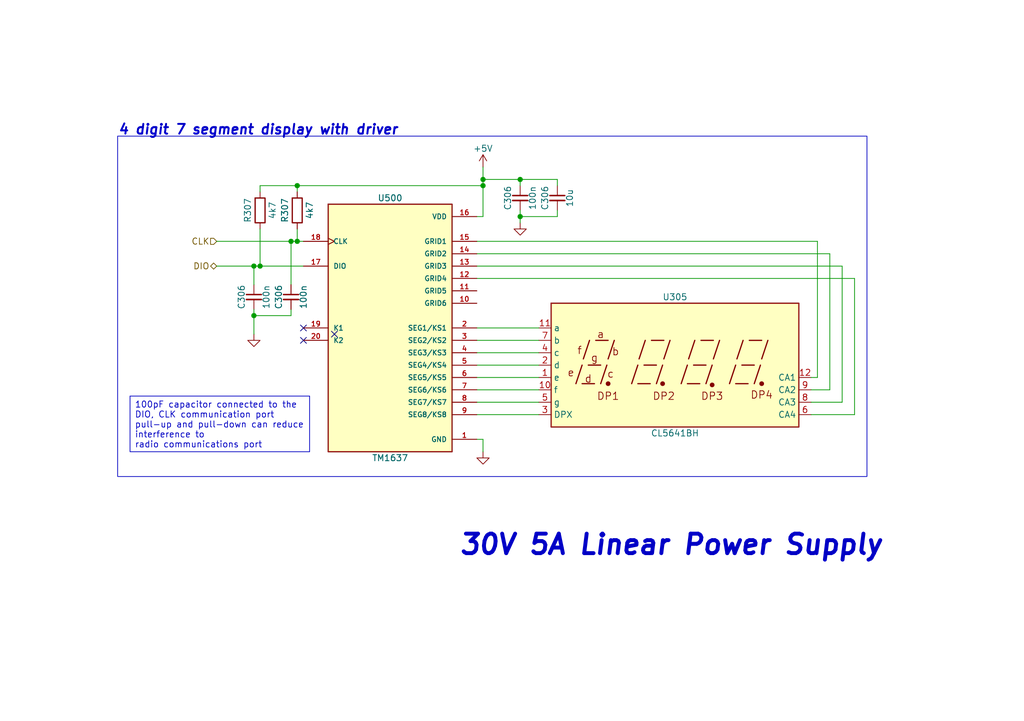
<source format=kicad_sch>
(kicad_sch (version 20230121) (generator eeschema)
  (paper "A5")
  (title_block (title "4 digit 7 segment display") (date "2024-02-25") (rev "V1.0") (company "Dominik Workshop"))
  (lib_symbols
    (symbol "Device:C_Small" (pin_numbers hide) (pin_names (offset 0.254) hide)
      (property "Reference" "C" (at 0.254 1.778 0))
      (property "Value" "C_Small" (at 0.254 -2.032 0))
      (symbol "C_Small_0_1"
        (polyline (pts (xy -1.524 -0.508) (xy 1.524 -0.508)) (stroke (width 0.3302)))
        (polyline (pts (xy -1.524 0.508) (xy 1.524 0.508)) (stroke (width 0.3048)))
      )
      (symbol "C_Small_1_1"
        (pin passive line (at 0 2.54 270) (length 2.032) (name "~") (number "1"))
        (pin passive line (at 0 -2.54 90) (length 2.032) (name "~") (number "2"))
      )
    )
    (symbol "Device:R" (pin_numbers hide) (pin_names (offset 0))
      (property "Reference" "R" (at 2.032 0 90))
      (property "Value" "R" (at 0 0 90))
      (symbol "R_0_1"
        (rectangle (start -1.016 -2.54) (end 1.016 2.54) (stroke (width 0.254)))
      )
      (symbol "R_1_1"
        (pin passive line (at 0 3.81 270) (length 1.27) (name "~") (number "1"))
        (pin passive line (at 0 -3.81 90) (length 1.27) (name "~") (number "2"))
      )
    )
    (symbol "Display_Character:CA56-12SURKWA"
      (property "Reference" "U" (at -24.13 13.97 0))
      (property "Value" "CA56-12SURKWA" (at 17.78 13.97 0))
      (symbol "CA56-12SURKWA_0_0"
        (rectangle (start -25.4 12.7) (end 25.4 -12.7) (stroke (width 0.254)) (fill (type background)))
        (polyline (pts (xy -20.32 -3.81) (xy -19.05 0)) (stroke (width 0.254)))
        (polyline (pts (xy -19.05 -3.81) (xy -16.51 -3.81)) (stroke (width 0.254)))
        (polyline (pts (xy -18.796 1.27) (xy -17.526 5.08)) (stroke (width 0.254)))
        (polyline (pts (xy -17.78 0) (xy -15.24 0)) (stroke (width 0.254)))
        (polyline (pts (xy -16.256 5.08) (xy -13.716 5.08)) (stroke (width 0.254)))
        (polyline (pts (xy -15.24 -3.81) (xy -13.97 0)) (stroke (width 0.254)))
        (polyline (pts (xy -13.716 1.27) (xy -12.446 5.08)) (stroke (width 0.254)))
        (polyline (pts (xy -8.89 -3.81) (xy -7.62 0)) (stroke (width 0.254)))
        (polyline (pts (xy -7.62 -3.81) (xy -5.08 -3.81)) (stroke (width 0.254)))
        (polyline (pts (xy -7.366 1.27) (xy -6.096 5.08)) (stroke (width 0.254)))
        (polyline (pts (xy -6.35 0) (xy -3.81 0)) (stroke (width 0.254)))
        (polyline (pts (xy -4.826 5.08) (xy -2.286 5.08)) (stroke (width 0.254)))
        (polyline (pts (xy -3.81 -3.81) (xy -2.54 0)) (stroke (width 0.254)))
        (polyline (pts (xy -2.286 1.27) (xy -1.016 5.08)) (stroke (width 0.254)))
        (polyline (pts (xy 1.27 -3.81) (xy 2.54 0)) (stroke (width 0.254)))
        (polyline (pts (xy 2.54 -3.81) (xy 5.08 -3.81)) (stroke (width 0.254)))
        (polyline (pts (xy 2.794 1.27) (xy 4.064 5.08)) (stroke (width 0.254)))
        (polyline (pts (xy 3.81 0) (xy 6.35 0)) (stroke (width 0.254)))
        (polyline (pts (xy 5.334 5.08) (xy 7.874 5.08)) (stroke (width 0.254)))
        (polyline (pts (xy 6.35 -3.81) (xy 7.62 0)) (stroke (width 0.254)))
        (polyline (pts (xy 7.874 1.27) (xy 9.144 5.08)) (stroke (width 0.254)))
        (polyline (pts (xy 11.176 -3.81) (xy 12.446 0)) (stroke (width 0.254)))
        (polyline (pts (xy 12.446 -3.81) (xy 14.986 -3.81)) (stroke (width 0.254)))
        (polyline (pts (xy 12.7 1.27) (xy 13.97 5.08)) (stroke (width 0.254)))
        (polyline (pts (xy 13.716 0) (xy 16.256 0)) (stroke (width 0.254)))
        (polyline (pts (xy 15.24 5.08) (xy 17.78 5.08)) (stroke (width 0.254)))
        (polyline (pts (xy 16.256 -3.81) (xy 17.526 0)) (stroke (width 0.254)))
        (polyline (pts (xy 17.78 1.27) (xy 19.05 5.08)) (stroke (width 0.254)))
        (text "a" (at -15.24 6.35 0) (effects (font (size 1.524 1.524))))
        (text "b" (at -12.192 2.794 0) (effects (font (size 1.524 1.524))))
        (text "c" (at -13.208 -1.778 0) (effects (font (size 1.524 1.524))))
        (text "d" (at -17.78 -2.794 0) (effects (font (size 1.524 1.524))))
        (text "DP1" (at -13.716 -6.35 0) (effects (font (size 1.524 1.524))))
        (text "DP2" (at -2.286 -6.35 0) (effects (font (size 1.524 1.524))))
        (text "DP3" (at 7.62 -6.35 0) (effects (font (size 1.524 1.524))))
        (text "DP4" (at 17.78 -6.096 0) (effects (font (size 1.524 1.524))))
        (text "e" (at -21.336 -1.524 0) (effects (font (size 1.524 1.524))))
        (text "f" (at -19.558 3.048 0) (effects (font (size 1.524 1.524))))
        (text "g" (at -16.51 1.524 0) (effects (font (size 1.524 1.524))))
      )
      (symbol "CA56-12SURKWA_0_1"
        (circle (center -13.716 -3.81) (radius 0.3556) (stroke (width 0.254)) (fill (type outline)))
        (circle (center -2.54 -3.81) (radius 0.3556) (stroke (width 0.254)) (fill (type outline)))
      )
      (symbol "CA56-12SURKWA_1_0"
        (circle (center 7.62 -4.064) (radius 0.3556) (stroke (width 0.254)) (fill (type outline)))
        (circle (center 17.78 -3.81) (radius 0.3556) (stroke (width 0.254)) (fill (type outline)))
      )
      (symbol "CA56-12SURKWA_1_1"
        (pin input line (at -27.94 -2.54 0) (length 2.54) (name "e") (number "1"))
        (pin input line (at -27.94 -5.08 0) (length 2.54) (name "f") (number "10"))
        (pin input line (at -27.94 7.62 0) (length 2.54) (name "a") (number "11"))
        (pin input line (at 27.94 -2.54 180) (length 2.54) (name "CA1") (number "12"))
        (pin input line (at -27.94 0 0) (length 2.54) (name "d") (number "2"))
        (pin input line (at -27.94 -10.16 0) (length 2.54) (name "DPX") (number "3"))
        (pin input line (at -27.94 2.54 0) (length 2.54) (name "c") (number "4"))
        (pin input line (at -27.94 -7.62 0) (length 2.54) (name "g") (number "5"))
        (pin input line (at 27.94 -10.16 180) (length 2.54) (name "CA4") (number "6"))
        (pin input line (at -27.94 5.08 0) (length 2.54) (name "b") (number "7"))
        (pin input line (at 27.94 -7.62 180) (length 2.54) (name "CA3") (number "8"))
        (pin input line (at 27.94 -5.08 180) (length 2.54) (name "CA2") (number "9"))
      )
    )
    (symbol "TM1637:TM1637" (pin_names (offset 1.016))
      (property "Reference" "U" (at -12.7 27.94 0))
      (property "Value" "TM1637" (at -12.7 -30.48 0))
      (symbol "TM1637_0_0"
        (rectangle (start -12.7 -25.4) (end 12.7 25.4) (stroke (width 0.254)) (fill (type background)))
        (pin power_in line (at 17.78 -22.86 180) (length 5.08) (name "GND") (number "1"))
        (pin output line (at 17.78 5.08 180) (length 5.08) (name "GRID6") (number "10"))
        (pin output line (at 17.78 7.62 180) (length 5.08) (name "GRID5") (number "11"))
        (pin output line (at 17.78 10.16 180) (length 5.08) (name "GRID4") (number "12"))
        (pin output line (at 17.78 12.7 180) (length 5.08) (name "GRID3") (number "13"))
        (pin output line (at 17.78 15.24 180) (length 5.08) (name "GRID2") (number "14"))
        (pin output line (at 17.78 17.78 180) (length 5.08) (name "GRID1") (number "15"))
        (pin power_in line (at 17.78 22.86 180) (length 5.08) (name "VDD") (number "16"))
        (pin bidirectional line (at -17.78 12.7 0) (length 5.08) (name "DIO") (number "17"))
        (pin input clock (at -17.78 17.78 0) (length 5.08) (name "CLK") (number "18"))
        (pin input line (at -17.78 0 0) (length 5.08) (name "K1") (number "19"))
        (pin output line (at 17.78 0 180) (length 5.08) (name "SEG1/KS1") (number "2"))
        (pin input line (at -17.78 -2.54 0) (length 5.08) (name "K2") (number "20"))
        (pin output line (at 17.78 -2.54 180) (length 5.08) (name "SEG2/KS2") (number "3"))
        (pin output line (at 17.78 -5.08 180) (length 5.08) (name "SEG3/KS3") (number "4"))
        (pin output line (at 17.78 -7.62 180) (length 5.08) (name "SEG4/KS4") (number "5"))
        (pin output line (at 17.78 -10.16 180) (length 5.08) (name "SEG5/KS5") (number "6"))
        (pin output line (at 17.78 -12.7 180) (length 5.08) (name "SEG6/KS6") (number "7"))
        (pin output line (at 17.78 -15.24 180) (length 5.08) (name "SEG7/KS7") (number "8"))
        (pin output line (at 17.78 -17.78 180) (length 5.08) (name "SEG8/KS8") (number "9"))
      )
    )
    (symbol "power:+5V" (power) (pin_names (offset 0))
      (property "Value" "+5V" (at 0 3.556 0))
      (symbol "+5V_0_1"
        (polyline (pts (xy -0.762 1.27) (xy 0 2.54)))
        (polyline (pts (xy 0 0) (xy 0 2.54)))
        (polyline (pts (xy 0 2.54) (xy 0.762 1.27)))
      )
      (symbol "+5V_1_1"
        (pin power_in line (at 0 0 90) (length 0) hide (name "+5V") (number "1"))
      )
    )
    (symbol "power:GND" (power) (pin_names (offset 0))
      (property "Value" "GND" (at 0 -3.81 0))
      (symbol "GND_0_1"
        (polyline (pts (xy 0 0) (xy 0 -1.27) (xy 1.27 -1.27) (xy 0 -2.54) (xy -1.27 -1.27) (xy 0 -1.27)))
      )
      (symbol "GND_1_1"
        (pin power_in line (at 0 0 270) (length 0) hide (name "GND") (number "1"))
      )
    )
  )
  (junction (at 52.07 64.77))
  (junction (at 52.07 54.61))
  (junction (at 99.06 36.83))
  (junction (at 60.96 38.1))
  (junction (at 106.68 36.83))
  (junction (at 59.69 49.53))
  (junction (at 106.68 44.45))
  (junction (at 60.96 49.53))
  (junction (at 99.06 38.1))
  (junction (at 53.34 54.61))
  (no_connect (at 62.23 69.85))
  (no_connect (at 68.58 68.58))
  (no_connect (at 62.23 67.31))
  (wire (pts (xy 62.23 54.61) (xy 53.34 54.61)))
  (wire (pts (xy 59.69 49.53) (xy 59.69 58.42)))
  (wire (pts (xy 106.68 44.45) (xy 114.3 44.45)))
  (wire (pts (xy 167.64 49.53) (xy 167.64 77.47)))
  (wire (pts (xy 106.68 38.1) (xy 106.68 36.83)))
  (wire (pts (xy 60.96 38.1) (xy 60.96 39.37)))
  (wire (pts (xy 114.3 38.1) (xy 114.3 36.83)))
  (wire (pts (xy 110.49 85.09) (xy 97.79 85.09)))
  (wire (pts (xy 166.37 77.47) (xy 167.64 77.47)))
  (wire (pts (xy 99.06 36.83) (xy 106.68 36.83)))
  (wire (pts (xy 170.18 80.01) (xy 170.18 52.07)))
  (wire (pts (xy 97.79 54.61) (xy 172.72 54.61)))
  (wire (pts (xy 110.49 72.39) (xy 97.79 72.39)))
  (wire (pts (xy 166.37 80.01) (xy 170.18 80.01)))
  (wire (pts (xy 110.49 69.85) (xy 97.79 69.85)))
  (wire (pts (xy 53.34 39.37) (xy 53.34 38.1)))
  (wire (pts (xy 52.07 54.61) (xy 53.34 54.61)))
  (wire (pts (xy 166.37 85.09) (xy 175.26 85.09)))
  (wire (pts (xy 52.07 63.5) (xy 52.07 64.77)))
  (wire (pts (xy 52.07 54.61) (xy 52.07 58.42)))
  (wire (pts (xy 99.06 36.83) (xy 99.06 38.1)))
  (wire (pts (xy 106.68 43.18) (xy 106.68 44.45)))
  (wire (pts (xy 110.49 77.47) (xy 97.79 77.47)))
  (wire (pts (xy 44.45 54.61) (xy 52.07 54.61)))
  (wire (pts (xy 170.18 52.07) (xy 97.79 52.07)))
  (wire (pts (xy 52.07 64.77) (xy 59.69 64.77)))
  (wire (pts (xy 52.07 64.77) (xy 52.07 68.58)))
  (wire (pts (xy 110.49 80.01) (xy 97.79 80.01)))
  (wire (pts (xy 60.96 49.53) (xy 60.96 46.99)))
  (wire (pts (xy 99.06 44.45) (xy 97.79 44.45)))
  (wire (pts (xy 59.69 49.53) (xy 60.96 49.53)))
  (wire (pts (xy 99.06 34.29) (xy 99.06 36.83)))
  (wire (pts (xy 167.64 49.53) (xy 97.79 49.53)))
  (wire (pts (xy 110.49 82.55) (xy 97.79 82.55)))
  (wire (pts (xy 53.34 54.61) (xy 53.34 46.99)))
  (wire (pts (xy 110.49 74.93) (xy 97.79 74.93)))
  (wire (pts (xy 44.45 49.53) (xy 59.69 49.53)))
  (wire (pts (xy 114.3 36.83) (xy 106.68 36.83)))
  (wire (pts (xy 97.79 90.17) (xy 99.06 90.17)))
  (wire (pts (xy 172.72 82.55) (xy 172.72 54.61)))
  (wire (pts (xy 106.68 45.72) (xy 106.68 44.45)))
  (wire (pts (xy 166.37 82.55) (xy 172.72 82.55)))
  (wire (pts (xy 59.69 63.5) (xy 59.69 64.77)))
  (wire (pts (xy 60.96 38.1) (xy 99.06 38.1)))
  (wire (pts (xy 175.26 57.15) (xy 97.79 57.15)))
  (wire (pts (xy 110.49 67.31) (xy 97.79 67.31)))
  (wire (pts (xy 114.3 43.18) (xy 114.3 44.45)))
  (wire (pts (xy 62.23 49.53) (xy 60.96 49.53)))
  (wire (pts (xy 175.26 85.09) (xy 175.26 57.15)))
  (wire (pts (xy 99.06 90.17) (xy 99.06 92.71)))
  (wire (pts (xy 53.34 38.1) (xy 60.96 38.1)))
  (wire (pts (xy 99.06 38.1) (xy 99.06 44.45)))
  (rectangle (start 24.13 27.94) (end 177.8 97.79))
  (text_box "100pF capacitor connected to the DIO, CLK communication port pull-up and pull-down can reduce interference to\nradio communications port" (at 26.67 81.28 0) (size 36.83 11.43) (effects (font (size 1.27 1.27)) (justify left top)))
  (text "4 digit 7 segment display with driver\n" (at 24.13 27.94 0) (effects (font (size 2 2) bold italic) (justify left bottom)))
  (text "30V 5A Linear Power Supply" (at 93.98 114.3 0) (effects (font (size 4 4) (thickness 0.8) bold italic) (justify left bottom)))
  (hierarchical_label "CLK" (shape input) (at 44.45 49.53 180))
  (hierarchical_label "DIO" (shape bidirectional) (at 44.45 54.61 180))
  (symbol (lib_id "Device:C_Small") (at 106.68 40.64 0) (unit 1)
    (property "Reference" "C306" (at 104.14 40.64 90))
    (property "Value" "100n" (at 109.22 40.64 90))
    (property "Footprint" "Capacitor_SMD:C_0603_1608Metric" (effects hide))
    (instances (project "pcb_controller" (path "" (reference "C306") (unit 1)) (path "" (reference "C500") (unit 1))) (project "mcu" (path "" (reference "C402") (unit 1))))
  )
  (symbol (lib_id "Device:R") (at 53.34 43.18 0) (unit 1)
    (property "Reference" "R307" (at 50.8 43.18 90))
    (property "Value" "4k7" (at 55.88 43.18 90))
    (property "Footprint" "Resistor_SMD:R_0603_1608Metric" (effects hide))
    (instances (project "pcb_controller" (path "" (reference "R307") (unit 1)) (path "" (reference "R500") (unit 1))) (project "mcu" (path "" (reference "R404") (unit 1))))
  )
  (symbol (lib_id "Device:R") (at 60.96 43.18 0) (unit 1)
    (property "Reference" "R307" (at 58.42 43.18 90))
    (property "Value" "4k7" (at 63.5 43.18 90))
    (property "Footprint" "Resistor_SMD:R_0603_1608Metric" (effects hide))
    (instances (project "pcb_controller" (path "" (reference "R307") (unit 1)) (path "" (reference "R501") (unit 1))) (project "mcu" (path "" (reference "R404") (unit 1))))
  )
  (symbol (lib_id "Device:C_Small") (at 52.07 60.96 0) (unit 1)
    (property "Reference" "C306" (at 49.53 60.96 90))
    (property "Value" "100n" (at 54.61 60.96 90))
    (property "Footprint" "Capacitor_SMD:C_0603_1608Metric" (effects hide))
    (instances (project "pcb_controller" (path "" (reference "C306") (unit 1)) (path "" (reference "C501") (unit 1))) (project "mcu" (path "" (reference "C402") (unit 1))))
  )
  (symbol (lib_id "Device:C_Small") (at 59.69 60.96 0) (unit 1)
    (property "Reference" "C306" (at 57.15 60.96 90))
    (property "Value" "100n" (at 62.23 60.96 90))
    (property "Footprint" "Capacitor_SMD:C_0603_1608Metric" (effects hide))
    (instances (project "pcb_controller" (path "" (reference "C306") (unit 1)) (path "" (reference "C502") (unit 1))) (project "mcu" (path "" (reference "C402") (unit 1))))
  )
  (symbol (lib_id "TM1637:TM1637") (at 80.01 67.31 0) (unit 1)
    (property "Reference" "U500" (at 80.01 40.64 0))
    (property "Value" "TM1637" (at 80.01 93.98 0))
    (property "Footprint" "Package_SO:SOP-20_7.5x12.8mm_P1.27mm" (effects hide))
    (property "Datasheet" "https://m5stack.oss-cn-shenzhen.aliyuncs.com/resource/docs/datasheet/unit/digi_clock/TM1637.pdf" (effects hide))
    (property "PARTREV" "v2.5" (effects hide))
    (property "SnapEDA_Link" "https://www.snapeda.com/parts/TM1637/Titan+Micro+Electronics/view-part/?ref=snap" (effects hide))
    (property "MP" "TM1637" (effects hide))
    (property "Description" "\nLED Drive Control Special Circuit\n" (effects hide))
  )
  (symbol (lib_id "Device:C_Small") (at 114.3 40.64 0) (unit 1)
    (property "Reference" "C306" (at 111.76 40.64 90))
    (property "Value" "10u" (at 116.84 40.64 90))
    (property "Footprint" "Capacitor_SMD:C_0603_1608Metric" (effects hide))
    (instances (project "pcb_controller" (path "" (reference "C306") (unit 1)) (path "" (reference "C503") (unit 1))) (project "mcu" (path "" (reference "C402") (unit 1))))
  )
  (symbol (lib_id "Display_Character:CA56-12SURKWA") (at 138.43 74.93 0) (unit 1)
    (property "Reference" "U305" (at 138.43 60.96 0))
    (property "Value" "CL5641BH" (at 138.43 88.9 0))
    (property "Footprint" "Display_7Segment:CA56-12SURKWA" (effects hide))
    (property "Datasheet" "http://www.xlitx.com/datasheet/5641BH.pdf" (effects hide))
    (instances (project "pcb_controller" (path "" (reference "U305") (unit 1)) (path "" (reference "U501") (unit 1))))
  )
  (symbol (lib_id "power:GND") (at 99.06 92.71 0) (unit 1)
    (property "Reference" "#PWR0315" (effects hide))
    (property "Value" "GND" (effects hide))
    (instances (project "pcb_controller" (path "" (reference "#PWR0315") (unit 1)) (path "" (reference "#PWR0501") (unit 1))) (project "mcu" (path "" (reference "#PWR0430") (unit 1))))
  )
  (symbol (lib_id "power:+5V") (at 99.06 34.29 0) (mirror y) (unit 1)
    (property "Reference" "#PWR0314" (effects hide))
    (property "Value" "+5V" (at 99.06 30.48 0))
    (instances (project "pcb_controller" (path "" (reference "#PWR0314") (unit 1)) (path "" (reference "#PWR0500") (unit 1))) (project "mcu" (path "" (reference "#PWR0429") (unit 1))))
  )
  (symbol (lib_id "power:GND") (at 106.68 45.72 0) (unit 1)
    (property "Reference" "#PWR0323" (effects hide))
    (property "Value" "GND" (effects hide))
    (instances (project "pcb_controller" (path "" (reference "#PWR0323") (unit 1)) (path "" (reference "#PWR0502") (unit 1))) (project "mcu" (path "" (reference "#PWR0409") (unit 1))))
  )
  (symbol (lib_id "power:GND") (at 52.07 68.58 0) (unit 1)
    (property "Reference" "#PWR0315" (effects hide))
    (property "Value" "GND" (effects hide))
    (instances (project "pcb_controller" (path "" (reference "#PWR0315") (unit 1)) (path "" (reference "#PWR0503") (unit 1))) (project "mcu" (path "" (reference "#PWR0430") (unit 1))))
  )
)
</source>
